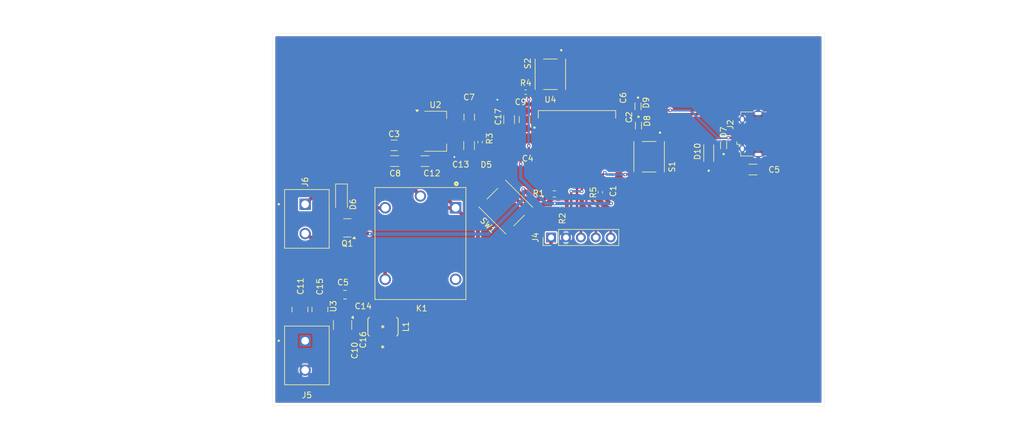
<source format=kicad_pcb>
(kicad_pcb (version 20241229) (generator "pcbnew") (generator_version "9.0")
  (layers (0 "F.Cu" signal "Front") (2 "B.Cu" signal "Back") (13 "F.Paste" user) (15 "B.Paste" user) (5 "F.SilkS" user "F.Silkscreen") (7 "B.SilkS" user "B.Silkscreen") (1 "F.Mask" user) (3 "B.Mask" user) (25 "Edge.Cuts" user))
  (net 0 "")
  (net 1 "GND")
  (net 2 "/Esp32_module/5V")
  (net 3 "/Esp32_module/ESP32/GPIO_18")
  (net 4 "/Esp32_module/ESP32/GPIO_19")
  (net 5 "Net-(U3-SW)")
  (net 6 "Net-(U3-BST)")
  (net 7 "/Main PSU Buck/3.8~32VIN")
  (net 8 "Net-(D5-A)")
  (net 9 "Net-(D6-A)")
  (net 10 "/Esp32_module/GPIO_4")
  (net 11 "/Esp32_module/GPIO_6")
  (net 12 "/Esp32_module/GPIO_7")
  (net 13 "/Relay/SW_A")
  (net 14 "/Relay/SW_B")
  (net 16 "Net-(Q1-B)")
  (net 17 "/Esp32_module/GPIO_10")
  (net 18 "/Esp32_module/GPIO_5")
  (net 40 "/Esp32_module/ESP32/GPIO_9")
  (net 41 "/Esp32_module/ESP32/CHIP_PU")
  (net 42 "3V3")
  (net 43 "5V")
  (net 44 "Net-(J2-VBUS)")
  (footprint "Capacitor_SMD:C_0201_0603Metric" (layer "F.Cu") (at 149.05 84.675)
    (property "Reference" "C4" (at 0.15 1.2 180) (layer "F.SilkS"))
    (property "Value" "0.1uF/16V 10%")
    (pad "1" smd roundrect (at -0.32 0) (size 0.46 0.4) (layers "F.Cu" "F.Mask") (net 1 "GND"))
    (pad "2" smd roundrect (at 0.32 0) (size 0.46 0.4) (layers "F.Cu" "F.Mask") (net 41 "/Esp32_module/ESP32/CHIP_PU"))
  )
  (footprint "Capacitor_SMD:C_0201_0603Metric" (layer "F.Cu") (at 119.67 116.45 90)
    (property "Reference" "C10" (at -2.159 0.0225 90) (layer "F.SilkS"))
    (property "Value" "0.1uf/16V 10%")
    (pad "1" smd roundrect (at -0.32 0 90) (size 0.46 0.4) (layers "F.Cu" "F.Mask") (net 5 "Net-(U3-SW)"))
    (pad "2" smd roundrect (at 0.32 0 90) (size 0.46 0.4) (layers "F.Cu" "F.Mask") (net 6 "Net-(U3-BST)"))
  )
  (footprint "SRD-05VDC-SL-C:RELAY_SRD-05VDC-SL-C" (layer "F.Cu") (at 130.9 100.375 -90)
    (property "Reference" "K1" (at 11.0555 -0.217 180) (layer "F.SilkS"))
    (property "Value" "SRD-05VDC-SL-C" (hide yes))
    (pad "A1" thru_hole rect (at -6.1 -6 270) (size 1.98 1.98) (drill 1.32) (layers "*.Cu" "*.Mask") (net 43 "5V"))
    (pad "A2" thru_hole circle (at -6.1 6 270) (size 1.98 1.98) (drill 1.32) (layers "*.Cu" "*.Mask") (net 9 "Net-(D6-A)"))
    (pad "COM" thru_hole circle (at -8.1 0 270) (size 1.935 1.935) (drill 1.29) (layers "*.Cu" "*.Mask") (net 14 "/Relay/SW_B"))
    (pad "NC" thru_hole circle (at 6.1 -6 270) (size 1.98 1.98) (drill 1.32) (layers "*.Cu" "*.Mask"))
    (pad "NO" thru_hole circle (at 6.1 6 270) (size 1.98 1.98) (drill 1.32) (layers "*.Cu" "*.Mask") (net 13 "/Relay/SW_A"))
  )
  (footprint "Resistor_SMD:R_0603_1608Metric" (layer "F.Cu") (at 153.745 91.906 180)
    (property "Reference" "R1" (at 2.709 0.095 0) (layer "F.SilkS"))
    (property "Value" "3.3k" (hide yes))
    (pad "1" smd roundrect (at -0.825 0 180) (size 0.8 0.95) (layers "F.Cu" "F.Mask" "F.Paste") (net 17 "/Esp32_module/GPIO_10"))
    (pad "2" smd roundrect (at 0.825 0 180) (size 0.8 0.95) (layers "F.Cu" "F.Mask" "F.Paste") (net 16 "Net-(Q1-B)"))
  )
  (footprint "Capacitor_SMD:C_1206_3216Metric" (layer "F.Cu") (at 146.025 79.25 90)
    (property "Reference" "C17" (at 0.486 -1.866 90) (layer "F.SilkS"))
    (property "Value" "47uf")
    (pad "1" smd roundrect (at -1.475 0 90) (size 1.15 1.8) (layers "F.Cu" "F.Mask" "F.Paste") (roundrect_rratio 0.217391) (net 42 "3V3"))
    (pad "2" smd roundrect (at 1.475 0 90) (size 1.15 1.8) (layers "F.Cu" "F.Mask" "F.Paste") (roundrect_rratio 0.217391) (net 1 "GND"))
  )
  (footprint "TB002_500_02BE:CUI_TB002-500-02BE" (layer "F.Cu") (at 111.25 116.95 -90)
    (property "Reference" "J5" (at 9.277 -0.2945 180) (layer "F.SilkS"))
    (property "Value" "TB002-500-02BE")
    (pad "1" thru_hole rect (at 0 0 270) (size 1.95 1.95) (drill 1.3) (layers "*.Cu" "*.Mask") (net 7 "/Main PSU Buck/3.8~32VIN"))
    (pad "2" thru_hole circle (at 5 0 270) (size 1.95 1.95) (drill 1.3) (layers "*.Cu" "*.Mask") (net 1 "GND"))
  )
  (footprint "Capacitor_SMD:C_1206_3216Metric" (layer "F.Cu") (at 187.594 87.755)
    (property "Reference" "C5" (at 3.625 0.025 0) (layer "F.SilkS"))
    (property "Value" "10uf tant(0.2-10R esr)")
    (pad "1" smd roundrect (at -1.475 0) (size 1.15 1.8) (layers "F.Cu" "F.Mask" "F.Paste") (roundrect_rratio 0.217391) (net 43 "5V"))
    (pad "2" smd roundrect (at 1.475 0) (size 1.15 1.8) (layers "F.Cu" "F.Mask" "F.Paste") (roundrect_rratio 0.217391) (net 1 "GND"))
  )
  (footprint "Resistor_SMD:R_0402_1005Metric" (layer "F.Cu") (at 155.067 94.045 -90)
    (property "Reference" "R2" (at 2.055 -0.049 270) (layer "F.SilkS"))
    (property "Value" "10k")
    (pad "1" smd roundrect (at -0.51 0 270) (size 0.54 0.64) (layers "F.Cu" "F.Mask" "F.Paste") (net 42 "3V3"))
    (pad "2" smd roundrect (at 0.51 0 270) (size 0.54 0.64) (layers "F.Cu" "F.Mask" "F.Paste") (net 18 "/Esp32_module/GPIO_5"))
  )
  (footprint "Resistor_SMD:R_0402_1005Metric" (layer "F.Cu") (at 161.58 91.626 90)
    (property "Reference" "R5" (at -0.037 -1.217 90) (layer "F.SilkS"))
    (property "Value" "10K" (hide yes))
    (pad "1" smd roundrect (at -0.51 0 90) (size 0.54 0.64) (layers "F.Cu" "F.Mask" "F.Paste") (net 42 "3V3"))
    (pad "2" smd roundrect (at 0.51 0 90) (size 0.54 0.64) (layers "F.Cu" "F.Mask" "F.Paste") (net 40 "/Esp32_module/ESP32/GPIO_9"))
  )
  (footprint "PTS526_SMG15_SMTR2_LFS:SW_PTS526_SMG15_SMTR2_LFS" (layer "F.Cu") (at 153.063986 71.518239 -90)
    (property "Reference" "S2" (at -1.843239 3.870986 90) (layer "F.SilkS"))
    (property "Value" "PTS526_SMG15_SMTR2_LFS" (hide yes))
    (pad "1" smd rect (at -3 -1.85 270) (size 1 0.7) (layers "F.Cu" "F.Mask" "F.Paste") (net 1 "GND"))
    (pad "2" smd rect (at 3 -1.85 270) (size 1 0.7) (layers "F.Cu" "F.Mask" "F.Paste") (net 1 "GND"))
    (pad "3" smd rect (at -3 1.85 270) (size 1 0.7) (layers "F.Cu" "F.Mask" "F.Paste") (net 41 "/Esp32_module/ESP32/CHIP_PU"))
    (pad "4" smd rect (at 3 1.85 270) (size 1 0.7) (layers "F.Cu" "F.Mask" "F.Paste") (net 41 "/Esp32_module/ESP32/CHIP_PU"))
  )
  (footprint "Resistor_SMD:R_0402_1005Metric" (layer "F.Cu") (at 148.835 74.56)
    (property "Reference" "R4" (at 0.029 -1.566 0) (layer "F.SilkS"))
    (property "Value" "10K" (hide yes))
    (pad "1" smd roundrect (at -0.51 0) (size 0.54 0.64) (layers "F.Cu" "F.Mask" "F.Paste") (net 42 "3V3"))
    (pad "2" smd roundrect (at 0.51 0) (size 0.54 0.64) (layers "F.Cu" "F.Mask" "F.Paste") (net 41 "/Esp32_module/ESP32/CHIP_PU"))
  )
  (footprint "TB002_500_02BE:CUI_TB002-500-02BE" (layer "F.Cu") (at 111.25 93.675 -90)
    (property "Reference" "J6" (at -3.8 0 90) (layer "F.SilkS"))
    (property "Value" "TB002-500-02BE")
    (pad "1" thru_hole rect (at 0 0 270) (size 1.95 1.95) (drill 1.3) (layers "*.Cu" "*.Mask") (net 14 "/Relay/SW_B"))
    (pad "2" thru_hole circle (at 5 0 270) (size 1.95 1.95) (drill 1.3) (layers "*.Cu" "*.Mask") (net 13 "/Relay/SW_A"))
  )
  (footprint "Capacitor_SMD:C_1206_3216Metric" (layer "F.Cu") (at 126.525 86.31 180)
    (property "Reference" "C8" (at -0.065 -2.108 0) (layer "F.SilkS"))
    (property "Value" "10uf tant(0.2-10R esr)")
    (pad "1" smd roundrect (at -1.475 0 180) (size 1.15 1.8) (layers "F.Cu" "F.Mask" "F.Paste") (roundrect_rratio 0.217391) (net 43 "5V"))
    (pad "2" smd roundrect (at 1.475 0 180) (size 1.15 1.8) (layers "F.Cu" "F.Mask" "F.Paste") (roundrect_rratio 0.217391) (net 1 "GND"))
  )
  (footprint "Capacitor_SMD:C_1206_3216Metric" (layer "F.Cu") (at 131.685 86.32)
    (property "Reference" "C12" (at 1.18 2.074 0) (layer "F.SilkS"))
    (property "Value" "10uf tant(0.2-10R esr)" (hide yes))
    (pad "1" smd roundrect (at -1.475 0) (size 1.15 1.8) (layers "F.Cu" "F.Mask" "F.Paste") (roundrect_rratio 0.217391) (net 43 "5V"))
    (pad "2" smd roundrect (at 1.475 0) (size 1.15 1.8) (layers "F.Cu" "F.Mask" "F.Paste") (roundrect_rratio 0.217391) (net 1 "GND"))
  )
  (footprint "LESD5D5.0CT1G:TVS_LESD5D5.0CT1G" (layer "F.Cu") (at 168.077 80.266 -90)
    (property "Reference" "D8" (at -0.792 -1.471 90) (layer "F.SilkS"))
    (property "Value" "LESD5D5.0CT1G" (hide yes))
    (pad "1" smd rect (at -0.66 0 270) (size 0.48 0.4) (layers "F.Cu" "F.Mask" "F.Paste") (net 1 "GND"))
    (pad "2" smd rect (at 0.66 0 270) (size 0.48 0.4) (layers "F.Cu" "F.Mask" "F.Paste") (net 3 "/Esp32_module/ESP32/GPIO_18"))
  )
  (footprint "PTS526_SMG15_SMTR2_LFS:SW_PTS526_SMG15_SMTR2_LFS" (layer "F.Cu") (at 169.887 85.572 -90)
    (property "Reference" "S1" (at 1.709 -3.909 90) (layer "F.SilkS"))
    (property "Value" "PTS526_SMG15_SMTR2_LFS" (hide yes))
    (pad "1" smd rect (at -3 -1.85 270) (size 1 0.7) (layers "F.Cu" "F.Mask" "F.Paste") (net 1 "GND"))
    (pad "2" smd rect (at 3 -1.85 270) (size 1 0.7) (layers "F.Cu" "F.Mask" "F.Paste") (net 1 "GND"))
    (pad "3" smd rect (at -3 1.85 270) (size 1 0.7) (layers "F.Cu" "F.Mask" "F.Paste") (net 40 "/Esp32_module/ESP32/GPIO_9"))
    (pad "4" smd rect (at 3 1.85 270) (size 1 0.7) (layers "F.Cu" "F.Mask" "F.Paste") (net 40 "/Esp32_module/ESP32/GPIO_9"))
  )
  (footprint "UMK325AB7106KM-T:CAPC3225X270N" (layer "F.Cu") (at 113.7675 111.62 -90)
    (property "Reference" "C15" (at -3.888 0.021 90) (layer "F.SilkS"))
    (property "Value" "10uf/50V" (hide yes))
    (pad "1" smd rect (at -1.421 0 270) (size 1.37 2.72) (layers "F.Cu" "F.Mask" "F.Paste") (net 1 "GND"))
    (pad "2" smd rect (at 1.421 0 270) (size 1.37 2.72) (layers "F.Cu" "F.Mask" "F.Paste") (net 7 "/Main PSU Buck/3.8~32VIN"))
  )
  (footprint "C1206C104K5RACTU:VARC3216X85N" (layer "F.Cu") (at 148.65 79.25 90)
    (property "Reference" "C9" (at 3 -0.675 180) (layer "F.SilkS"))
    (property "Value" "0.1uF/16V 10%")
    (pad "1" smd rect (at -1.485 0 90) (size 1.24 1.82) (layers "F.Cu" "F.Mask" "F.Paste") (net 42 "3V3"))
    (pad "2" smd rect (at 1.485 0 90) (size 1.24 1.82) (layers "F.Cu" "F.Mask" "F.Paste") (net 1 "GND"))
  )
  (footprint "Connector_PinHeader_2.54mm:PinHeader_1x05_P2.54mm_Vertical" (layer "F.Cu") (at 153.181 99.337 90)
    (property "Reference" "J4" (at 0 -2.659 90) (layer "F.SilkS"))
    (property "Value" "DISP_OUT")
    (pad "1" thru_hole rect (at 0 0 90) (size 1.7 1.7) (drill 1) (layers "*.Cu" "*.Mask") (net 43 "5V"))
    (pad "2" thru_hole circle (at 0 2.54 90) (size 1.7 1.7) (drill 1) (layers "*.Cu" "*.Mask") (net 1 "GND"))
    (pad "3" thru_hole circle (at 0 5.08 90) (size 1.7 1.7) (drill 1) (layers "*.Cu" "*.Mask") (net 10 "/Esp32_module/GPIO_4"))
    (pad "4" thru_hole circle (at 0 7.62 90) (size 1.7 1.7) (drill 1) (layers "*.Cu" "*.Mask") (net 11 "/Esp32_module/GPIO_6"))
    (pad "5" thru_hole circle (at 0 10.16 90) (size 1.7 1.7) (drill 1) (layers "*.Cu" "*.Mask") (net 12 "/Esp32_module/GPIO_7"))
  )
  (footprint "Resistor_SMD:R_0402_1005Metric" (layer "F.Cu") (at 141.068333 83.083354 -90)
    (property "Reference" "R3" (at -0.612354 -1.613667 90) (layer "F.SilkS"))
    (property "Value" "75" (hide yes))
    (pad "1" smd roundrect (at -0.51 0 270) (size 0.54 0.64) (layers "F.Cu" "F.Mask" "F.Paste") (net 42 "3V3"))
    (pad "2" smd roundrect (at 0.51 0 270) (size 0.54 0.64) (layers "F.Cu" "F.Mask" "F.Paste") (net 8 "Net-(D5-A)"))
  )
  (footprint "Diode_SMD:D_SOD-123" (layer "F.Cu") (at 117.446 92.587 -90)
    (property "Reference" "D6" (at 1.1 -1.965 90) (layer "F.SilkS"))
    (property "Value" "1N4148W" (hide yes))
    (pad "1" smd roundrect (at -1.65 0 270) (size 0.9 1.2) (layers "F.Cu" "F.Mask" "F.Paste") (net 43 "5V"))
    (pad "2" smd roundrect (at 1.65 0 270) (size 0.9 1.2) (layers "F.Cu" "F.Mask" "F.Paste") (net 9 "Net-(D6-A)"))
  )
  (footprint "GRM188R61A226ME15J:CAPC1608X100N" (layer "F.Cu") (at 120.5015 113.824 -90)
    (property "Reference" "C16" (at 2.976 -0.61 90) (layer "F.SilkS"))
    (property "Value" "22uf/16V" (hide yes))
    (pad "1" smd rect (at -0.759 0 270) (size 1 1.02) (layers "F.Cu" "F.Mask" "F.Paste") (net 43 "5V"))
    (pad "2" smd rect (at 0.759 0 270) (size 1 1.02) (layers "F.Cu" "F.Mask" "F.Paste") (net 1 "GND"))
  )
  (footprint "Package_TO_SOT_SMD:SOT-23" (layer "F.Cu") (at 118.448 97.708 180)
    (property "Reference" "Q1" (at 0.013 -2.657 0) (layer "F.SilkS"))
    (property "Value" "MMBT3904" (hide yes))
    (pad "1" smd roundrect (at -0.9375 -0.95 180) (size 1.475 0.6) (layers "F.Cu" "F.Mask" "F.Paste") (net 16 "Net-(Q1-B)"))
    (pad "2" smd roundrect (at -0.9375 0.95 180) (size 1.475 0.6) (layers "F.Cu" "F.Mask" "F.Paste") (net 1 "GND"))
    (pad "3" smd roundrect (at 0.9375 0 180) (size 1.475 0.6) (layers "F.Cu" "F.Mask" "F.Paste") (net 9 "Net-(D6-A)"))
  )
  (footprint "C1206C104K5RACTU:VARC3216X85N" (layer "F.Cu") (at 126.425 83.64 180)
    (property "Reference" "C3" (at 0.005 1.932 0) (layer "F.SilkS"))
    (property "Value" "0.1uF/16V 10%")
    (pad "1" smd rect (at -1.485 0 180) (size 1.24 1.82) (layers "F.Cu" "F.Mask" "F.Paste") (net 43 "5V"))
    (pad "2" smd rect (at 1.485 0 180) (size 1.24 1.82) (layers "F.Cu" "F.Mask" "F.Paste") (net 1 "GND"))
  )
  (footprint "Capacitor_SMD:C_0805_2012Metric" (layer "F.Cu") (at 118.0575 109.099 180)
    (property "Reference" "C5" (at 0.3575 2.099 180) (layer "F.SilkS"))
    (property "Value" "0.1uF/16V 10%")
    (pad "1" smd roundrect (at -0.95 0 180) (size 1 1.45) (layers "F.Cu" "F.Mask" "F.Paste") (net 2 "/Esp32_module/5V"))
    (pad "2" smd roundrect (at 0.95 0 180) (size 1 1.45) (layers "F.Cu" "F.Mask" "F.Paste") (net 1 "GND"))
  )
  (footprint "Package_TO_SOT_SMD:SOT-223-3_TabPin2" (layer "F.Cu") (at 133.468333 81.230854)
    (property "Reference" "U2" (at 0 -4.5 0) (layer "F.SilkS"))
    (property "Value" "AMS1117-3.3" (hide yes))
    (pad "1" smd roundrect (at -3.15 -2.3) (size 2 1.5) (layers "F.Cu" "F.Mask" "F.Paste") (net 1 "GND"))
    (pad "2" smd roundrect (at -3.15 0) (size 2 1.5) (layers "F.Cu" "F.Mask" "F.Paste") (net 42 "3V3"))
    (pad "2" smd roundrect (at 3.15 0) (size 2 3.8) (layers "F.Cu" "F.Mask" "F.Paste") (net 42 "3V3"))
    (pad "3" smd roundrect (at -3.15 2.3) (size 2 1.5) (layers "F.Cu" "F.Mask" "F.Paste") (net 43 "5V"))
  )
  (footprint "GRM188R61A226ME15J:CAPC1608X100N" (layer "F.Cu") (at 118.2475 111.069 180)
    (property "Reference" "C14" (at -2.9065 0.018 0) (layer "F.SilkS"))
    (property "Value" "22uf/16V" (hide yes))
    (pad "1" smd rect (at -0.759 0 180) (size 1 1.02) (layers "F.Cu" "F.Mask" "F.Paste") (net 43 "5V"))
    (pad "2" smd rect (at 0.759 0 180) (size 1 1.02) (layers "F.Cu" "F.Mask" "F.Paste") (net 1 "GND"))
  )
  (footprint "Connector_USB:USB_Micro-B_Amphenol_10118194_Horizontal" (layer "F.Cu") (at 187.173 81.696 90)
    (property "Reference" "J2" (at 1.61 -3.432 90) (layer "F.SilkS"))
    (property "Value" "USB_B_Micro")
    (pad "1" smd roundrect (at -1.3 -1.4 90) (size 0.4 1.35) (layers "F.Cu" "F.Mask" "F.Paste") (net 44 "Net-(J2-VBUS)"))
    (pad "2" smd roundrect (at -0.65 -1.4 90) (size 0.4 1.35) (layers "F.Cu" "F.Mask" "F.Paste") (net 4 "/Esp32_module/ESP32/GPIO_19"))
    (pad "3" smd roundrect (at 0 -1.4 90) (size 0.4 1.35) (layers "F.Cu" "F.Mask" "F.Paste") (net 3 "/Esp32_module/ESP32/GPIO_18"))
    (pad "4" smd roundrect (at 0.65 -1.4 90) (size 0.4 1.35) (layers "F.Cu" "F.Mask" "F.Paste"))
    (pad "5" smd roundrect (at 1.3 -1.4 90) (size 0.4 1.35) (layers "F.Cu" "F.Mask" "F.Paste") (net 1 "GND"))
    (pad "6" thru_hole oval (at -3.5 1.3 90) (size 0.89 1.55) (drill oval 0.5 1.15) (property pad_prop_heatsink) (layers "*.Cu" "*.Mask") (net 1 "GND"))
    (pad "6" smd roundrect (at -3.025 1.3 90) (size 1.45 1.55) (layers "F.Cu" "F.Mask" "F.Paste") (roundrect_rratio 0.1724137931) (net 1 "GND"))
    (pad "6" thru_hole oval (at -2.5 -1.4 90) (size 1.25 0.95) (drill oval 0.85 0.55) (property pad_prop_heatsink) (layers "*.Cu" "*.Mask") (net 1 "GND"))
    (pad "6" smd roundrect (at -1 1.3 90) (size 1.5 1.55) (layers "F.Cu" "F.Mask" "F.Paste") (roundrect_rratio 0.1666666667) (net 1 "GND"))
    (pad "6" smd roundrect (at 1 1.3 90) (size 1.5 1.55) (layers "F.Cu" "F.Mask" "F.Paste") (roundrect_rratio 0.1666666667) (net 1 "GND"))
    (pad "6" thru_hole oval (at 2.5 -1.4 90) (size 1.25 0.95) (drill oval 0.85 0.55) (property pad_prop_heatsink) (layers "*.Cu" "*.Mask") (net 1 "GND"))
    (pad "6" smd roundrect (at 3.025 1.3 90) (size 1.45 1.55) (layers "F.Cu" "F.Mask" "F.Paste") (roundrect_rratio 0.1724137931) (net 1 "GND"))
    (pad "6" thru_hole oval (at 3.5 1.3 90) (size 0.89 1.55) (drill oval 0.5 1.15) (property pad_prop_heatsink) (layers "*.Cu" "*.Mask") (net 1 "GND"))
  )
  (footprint "Capacitor_SMD:C_0201_0603Metric" (layer "F.Cu") (at 165.42 77.395 90)
    (property "Reference" "C6" (at 1.852 0.045 90) (layer "F.SilkS"))
    (property "Value" "22pF/50V(5%)")
    (pad "1" smd roundrect (at -0.32 0 90) (size 0.46 0.4) (layers "F.Cu" "F.Mask") (net 4 "/Esp32_module/ESP32/GPIO_19"))
    (pad "2" smd roundrect (at 0.32 0 90) (size 0.46 0.4) (layers "F.Cu" "F.Mask") (net 1 "GND"))
  )
  (footprint "ESP32-C3-MINI-1U-N4:XCVR_ESP32-C3-MINI-1U-N4" (layer "F.Cu") (at 157.595 84.61)
    (property "Reference" "U4" (at -4.545 -8.785 0) (layer "F.SilkS"))
    (property "Value" "ESP32-C3-MINI-1U-N4" (hide yes))
    (pad "1" smd rect (at -5.9 -4) (size 0.8 0.4) (layers "F.Cu" "F.Mask" "F.Paste") (net 1 "GND"))
    (pad "2" smd rect (at -5.9 -3.2) (size 0.8 0.4) (layers "F.Cu" "F.Mask" "F.Paste") (net 1 "GND"))
    (pad "3" smd rect (at -5.9 -2.4) (size 0.8 0.4) (layers "F.Cu" "F.Mask" "F.Paste") (net 42 "3V3"))
    (pad "4" smd rect (at -5.9 -1.6) (size 0.8 0.4) (layers "F.Cu" "F.Mask" "F.Paste"))
    (pad "5" smd rect (at -5.9 -0.8) (size 0.8 0.4) (layers "F.Cu" "F.Mask" "F.Paste"))
    (pad "6" smd rect (at -5.9 0) (size 0.8 0.4) (layers "F.Cu" "F.Mask" "F.Paste"))
    (pad "7" smd rect (at -5.9 0.8) (size 0.8 0.4) (layers "F.Cu" "F.Mask" "F.Paste"))
    (pad "8" smd rect (at -5.9 1.6) (size 0.8 0.4) (layers "F.Cu" "F.Mask" "F.Paste") (net 41 "/Esp32_module/ESP32/CHIP_PU"))
    (pad "9" smd rect (at -5.9 2.4) (size 0.8 0.4) (layers "F.Cu" "F.Mask" "F.Paste"))
    (pad "10" smd rect (at -5.9 3.2) (size 0.8 0.4) (layers "F.Cu" "F.Mask" "F.Paste"))
    (pad "11" smd rect (at -5.9 4) (size 0.8 0.4) (layers "F.Cu" "F.Mask" "F.Paste") (net 1 "GND"))
    (pad "12" smd rect (at -4.8 4.9) (size 0.4 0.8) (layers "F.Cu" "F.Mask" "F.Paste"))
    (pad "13" smd rect (at -4 4.9) (size 0.4 0.8) (layers "F.Cu" "F.Mask" "F.Paste"))
    (pad "14" smd rect (at -3.2 4.9) (size 0.4 0.8) (layers "F.Cu" "F.Mask" "F.Paste") (net 1 "GND"))
    (pad "15" smd rect (at -2.4 4.9) (size 0.4 0.8) (layers "F.Cu" "F.Mask" "F.Paste"))
    (pad "16" smd rect (at -1.6 4.9) (size 0.4 0.8) (layers "F.Cu" "F.Mask" "F.Paste") (net 17 "/Esp32_module/GPIO_10"))
    (pad "17" smd rect (at -0.8 4.9) (size 0.4 0.8) (layers "F.Cu" "F.Mask" "F.Paste"))
    (pad "18" smd rect (at 0 4.9) (size 0.4 0.8) (layers "F.Cu" "F.Mask" "F.Paste") (net 10 "/Esp32_module/GPIO_4"))
    (pad "19" smd rect (at 0.8 4.9) (size 0.4 0.8) (layers "F.Cu" "F.Mask" "F.Paste") (net 18 "/Esp32_module/GPIO_5"))
    (pad "20" smd rect (at 1.6 4.9) (size 0.4 0.8) (layers "F.Cu" "F.Mask" "F.Paste") (net 11 "/Esp32_module/GPIO_6"))
    (pad "21" smd rect (at 2.4 4.9) (size 0.4 0.8) (layers "F.Cu" "F.Mask" "F.Paste") (net 12 "/Esp32_module/GPIO_7"))
    (pad "22" smd rect (at 3.2 4.9) (size 0.4 0.8) (layers "F.Cu" "F.Mask" "F.Paste"))
    (pad "23" smd rect (at 4 4.9) (size 0.4 0.8) (layers "F.Cu" "F.Mask" "F.Paste") (net 40 "/Esp32_module/ESP32/GPIO_9"))
    (pad "24" smd rect (at 4.8 4.9) (size 0.4 0.8) (layers "F.Cu" "F.Mask" "F.Paste"))
    (pad "25" smd rect (at 5.9 4) (size 0.8 0.4) (layers "F.Cu" "F.Mask" "F.Paste"))
    (pad "26" smd rect (at 5.9 3.2) (size 0.8 0.4) (layers "F.Cu" "F.Mask" "F.Paste") (net 3 "/Esp32_module/ESP32/GPIO_18"))
    (pad "27" smd rect (at 5.9 2.4) (size 0.8 0.4) (layers "F.Cu" "F.Mask" "F.Paste") (net 4 "/Esp32_module/ESP32/GPIO_19"))
    (pad "28" smd rect (at 5.9 1.6) (size 0.8 0.4) (layers "F.Cu" "F.Mask" "F.Paste"))
    (pad "29" smd rect (at 5.9 0.8) (size 0.8 0.4) (layers "F.Cu" "F.Mask" "F.Paste"))
    (pad "30" smd rect (at 5.9 0) (size 0.8 0.4) (layers "F.Cu" "F.Mask" "F.Paste"))
    (pad "31" smd rect (at 5.9 -0.8) (size 0.8 0.4) (layers "F.Cu" "F.Mask" "F.Paste"))
    (pad "32" smd rect (at 5.9 -1.6) (size 0.8 0.4) (layers "F.Cu" "F.Mask" "F.Paste"))
    (pad "33" smd rect (at 5.9 -2.4) (size 0.8 0.4) (layers "F.Cu" "F.Mask" "F.Paste"))
    (pad "34" smd rect (at 5.9 -3.2) (size 0.8 0.4) (layers "F.Cu" "F.Mask" "F.Paste"))
    (pad "35" smd rect (at 5.9 -4) (size 0.8 0.4) (layers "F.Cu" "F.Mask" "F.Paste"))
    (pad "36" smd rect (at 4.8 -4.9) (size 0.4 0.8) (layers "F.Cu" "F.Mask" "F.Paste") (net 1 "GND"))
    (pad "37" smd rect (at 4 -4.9) (size 0.4 0.8) (layers "F.Cu" "F.Mask" "F.Paste") (net 1 "GND"))
    (pad "38" smd rect (at 3.2 -4.9) (size 0.4 0.8) (layers "F.Cu" "F.Mask" "F.Paste") (net 1 "GND"))
    (pad "39" smd rect (at 2.4 -4.9) (size 0.4 0.8) (layers "F.Cu" "F.Mask" "F.Paste") (net 1 "GND"))
    (pad "40" smd rect (at 1.6 -4.9) (size 0.4 0.8) (layers "F.Cu" "F.Mask" "F.Paste") (net 1 "GND"))
    (pad "41" smd rect (at 0.8 -4.9) (size 0.4 0.8) (layers "F.Cu" "F.Mask" "F.Paste") (net 1 "GND"))
    (pad "42" smd rect (at 0 -4.9) (size 0.4 0.8) (layers "F.Cu" "F.Mask" "F.Paste") (net 1 "GND"))
    (pad "43" smd rect (at -0.8 -4.9) (size 0.4 0.8) (layers "F.Cu" "F.Mask" "F.Paste") (net 1 "GND"))
    (pad "44" smd rect (at -1.6 -4.9) (size 0.4 0.8) (layers "F.Cu" "F.Mask" "F.Paste") (net 1 "GND"))
    (pad "45" smd rect (at -2.4 -4.9) (size 0.4 0.8) (layers "F.Cu" "F.Mask" "F.Paste") (net 1 "GND"))
    (pad "46" smd rect (at -3.2 -4.9) (size 0.4 0.8) (layers "F.Cu" "F.Mask" "F.Paste") (net 1 "GND"))
    (pad "47" smd rect (at -4 -4.9) (size 0.4 0.8) (layers "F.Cu" "F.Mask" "F.Paste") (net 1 "GND"))
    (pad "48" smd rect (at -4.8 -4.9) (size 0.4 0.8) (layers "F.Cu" "F.Mask" "F.Paste") (net 1 "GND"))
    (pad "49_1" smd custom (at -1.975 -1.975) (size 0.6 0.6) (layers "F.Cu") (net 1 "GND") (options (clearance outline) (anchor rect)) (primitives (gr_poly (pts (xy 0.725 0.725) (xy -0.725 0.725) (xy -0.725 -0.125) (xy -0.125 -0.725) (xy 0.725 -0.725)) (width 0.01) (fill yes))))
    (pad "49_2" smd rect (at 0 -1.975) (size 1.45 1.45) (layers "F.Cu" "F.Mask" "F.Paste") (net 1 "GND"))
    (pad "49_3" smd rect (at 1.975 -1.975) (size 1.45 1.45) (layers "F.Cu" "F.Mask" "F.Paste") (net 1 "GND"))
    (pad "49_4" smd rect (at 1.975 0) (size 1.45 1.45) (layers "F.Cu" "F.Mask" "F.Paste") (net 1 "GND"))
    (pad "49_5" smd rect (at 1.975 1.975) (size 1.45 1.45) (layers "F.Cu" "F.Mask" "F.Paste") (net 1 "GND"))
    (pad "49_6" smd rect (at 0 1.975) (size 1.45 1.45) (layers "F.Cu" "F.Mask" "F.Paste") (net 1 "GND"))
    (pad "49_7" smd rect (at -1.975 1.975) (size 1.45 1.45) (layers "F.Cu" "F.Mask" "F.Paste") (net 1 "GND"))
    (pad "49_8" smd rect (at -1.975 0) (size 1.45 1.45) (layers "F.Cu" "F.Mask" "F.Paste") (net 1 "GND"))
    (pad "49_9" smd rect (at 0 0) (size 1.45 1.45) (layers "F.Cu" "F.Mask" "F.Paste") (net 1 "GND"))
    (pad "50" smd rect (at 5.95 -4.95) (size 0.7 0.7) (layers "F.Cu" "F.Mask" "F.Paste") (net 1 "GND"))
    (pad "51" smd rect (at 5.95 4.95) (size 0.7 0.7) (layers "F.Cu" "F.Mask" "F.Paste") (net 1 "GND"))
    (pad "52" smd rect (at -5.95 4.95) (size 0.7 0.7) (layers "F.Cu" "F.Mask" "F.Paste") (net 1 "GND"))
    (pad "53" smd rect (at -5.95 -4.95) (size 0.7 0.7) (layers "F.Cu" "F.Mask" "F.Paste") (net 1 "GND"))
  )
  (footprint "Capacitor_SMD:C_1206_3216Metric" (layer "F.Cu") (at 139.198333 83.663354 -90)
    (property "Reference" "C13" (at 3.227646 1.434333 180) (layer "F.SilkS"))
    (property "Value" "22uf" (hide yes))
    (pad "1" smd roundrect (at -1.475 0 270) (size 1.15 1.8) (layers "F.Cu" "F.Mask" "F.Paste") (roundrect_rratio 0.217391) (net 42 "3V3"))
    (pad "2" smd roundrect (at 1.475 0 270) (size 1.15 1.8) (layers "F.Cu" "F.Mask" "F.Paste") (roundrect_rratio 0.217391) (net 1 "GND"))
  )
  (footprint "1N5819HW-7-F:SOD3715X145N" (layer "F.Cu") (at 180.056 84.953 90)
    (property "Reference" "D10" (at 0.275 -1.925 270) (layer "F.SilkS"))
    (property "Value" "1N5819HW-7-F" (hide yes))
    (pad "A" smd rect (at 1.68 0 90) (size 1.21 0.73) (layers "F.Cu" "F.Mask" "F.Paste") (net 44 "Net-(J2-VBUS)"))
    (pad "C" smd rect (at -1.68 0 90) (size 1.21 0.73) (layers "F.Cu" "F.Mask" "F.Paste") (net 43 "5V"))
  )
  (footprint "LTST_C191KGKT:0603" (layer "F.Cu") (at 142.285 85.2)
    (property "Reference" "D5" (at -0.165 1.729 180) (layer "F.SilkS"))
    (property "Value" "PWRLED")
    (pad "1" smd rect (at -0.85 0) (size 1.1 1) (layers "F.Cu" "F.Mask" "F.Paste") (net 1 "GND"))
    (pad "2" smd rect (at 0.85 0) (size 1.1 1) (layers "F.Cu" "F.Mask" "F.Paste") (net 8 "Net-(D5-A)"))
  )
  (footprint "LESD5D5.0CT1G:TVS_LESD5D5.0CT1G" (layer "F.Cu") (at 182.598 83.628 90)
    (property "Reference" "D7" (at 2.204 -0.022 90) (layer "F.SilkS"))
    (property "Value" "LESD5D5.0CT1G" (hide yes))
    (pad "1" smd rect (at -0.66 0 90) (size 0.48 0.4) (layers "F.Cu" "F.Mask" "F.Paste") (net 1 "GND"))
    (pad "2" smd rect (at 0.66 0 90) (size 0.48 0.4) (layers "F.Cu" "F.Mask" "F.Paste") (net 44 "Net-(J2-VBUS)"))
  )
  (footprint "Package_TO_SOT_SMD:TSOT-23-6" (layer "F.Cu") (at 117.6305 114.261 -90)
    (property "Reference" "U3" (at -3.192 1.57 90) (layer "F.SilkS"))
    (property "Value" "AP63205WU" (hide yes))
    (pad "1" smd roundrect (at -1.1375 -0.95 270) (size 1.325 0.6) (layers "F.Cu" "F.Mask" "F.Paste") (net 43 "5V"))
    (pad "2" smd roundrect (at -1.1375 0 270) (size 1.325 0.6) (layers "F.Cu" "F.Mask" "F.Paste") (net 7 "/Main PSU Buck/3.8~32VIN"))
    (pad "3" smd roundrect (at -1.1375 0.95 270) (size 1.325 0.6) (layers "F.Cu" "F.Mask" "F.Paste") (net 7 "/Main PSU Buck/3.8~32VIN"))
    (pad "4" smd roundrect (at 1.1375 0.95 270) (size 1.325 0.6) (layers "F.Cu" "F.Mask" "F.Paste") (net 1 "GND"))
    (pad "5" smd roundrect (at 1.1375 0 270) (size 1.325 0.6) (layers "F.Cu" "F.Mask" "F.Paste") (net 5 "Net-(U3-SW)"))
    (pad "6" smd roundrect (at 1.1375 -0.95 270) (size 1.325 0.6) (layers "F.Cu" "F.Mask" "F.Paste") (net 6 "Net-(U3-BST)"))
  )
  (footprint "C1206C104K5RACTU:VARC3216X85N" (layer "F.Cu") (at 139.228333 78.810854 90)
    (property "Reference" "C7" (at 3.376854 -0.042333 180) (layer "F.SilkS"))
    (property "Value" "0.1uf/16V 10%")
    (pad "1" smd rect (at -1.485 0 90) (size 1.24 1.82) (layers "F.Cu" "F.Mask" "F.Paste") (net 42 "3V3"))
    (pad "2" smd rect (at 1.485 0 90) (size 1.24 1.82) (layers "F.Cu" "F.Mask" "F.Paste") (net 1 "GND"))
  )
  (footprint "Button_Switch_SMD:SW_SPST_PTS645Sx43SMTR92" (layer "F.Cu") (at 145.448 94.163 135)
    (property "Reference" "SW1" (at -0.047 -4.329999 135) (layer "F.SilkS"))
    (property "Value" "SW_Push")
    (pad "1" smd roundrect (at -3.98 -2.25 135) (size 1.55 1.3) (layers "F.Cu" "F.Mask" "F.Paste") (roundrect_rratio 0.1923076923) (net 1 "GND"))
    (pad "1" smd roundrect (at 3.98 -2.25 135) (size 1.55 1.3) (layers "F.Cu" "F.Mask" "F.Paste") (roundrect_rratio 0.1923076923) (net 1 "GND"))
    (pad "2" smd roundrect (at -3.98 2.25 135) (size 1.55 1.3) (layers "F.Cu" "F.Mask" "F.Paste") (roundrect_rratio 0.1923076923) (net 18 "/Esp32_module/GPIO_5"))
    (pad "2" smd roundrect (at 3.98 2.25 135) (size 1.55 1.3) (layers "F.Cu" "F.Mask" "F.Paste") (roundrect_rratio 0.1923076923) (net 18 "/Esp32_module/GPIO_5"))
  )
  (footprint "NRS5030T4R7MMGJ:IND_NRS5030T100MMGJ_TAY" (layer "F.Cu") (at 124.5245 114.553 90)
    (property "Reference" "L1" (at 0.001 3.894 90) (layer "F.SilkS"))
    (property "Value" "4.7u 1.5A - 2A" (hide yes))
    (fp_text user "*" (at -3.44 0.26 90) (layer "F.SilkS"))
    (fp_text user "*" (at 0 0.27 90) (layer "F.SilkS"))
    (pad "1" smd rect (at -1.8 0 90) (size 1.4986 3.9878) (layers "F.Cu" "F.Mask" "F.Paste") (net 5 "Net-(U3-SW)"))
    (pad "2" smd rect (at 1.8 0 90) (size 1.4986 3.9878) (layers "F.Cu" "F.Mask" "F.Paste") (net 43 "5V"))
  )
  (footprint "LESD5D5.0CT1G:TVS_LESD5D5.0CT1G" (layer "F.Cu") (at 167.994 76.999 -90)
    (property "Reference" "D9" (at -0.634 -1.389 90) (layer "F.SilkS"))
    (property "Value" "LESD5D5.0CT1G" (hide yes))
    (pad "1" smd rect (at -0.66 0 270) (size 0.48 0.4) (layers "F.Cu" "F.Mask" "F.Paste") (net 1 "GND"))
    (pad "2" smd rect (at 0.66 0 270) (size 0.48 0.4) (layers "F.Cu" "F.Mask" "F.Paste") (net 4 "/Esp32_module/ESP32/GPIO_19"))
  )
  (footprint "Capacitor_SMD:C_0201_0603Metric" (layer "F.Cu") (at 166.201 80.607 90)
    (property "Reference" "C2" (at 1.752 0.27 90) (layer "F.SilkS"))
    (property "Value" "22pF/50V(5%)")
    (pad "1" smd roundrect (at -0.32 0 90) (size 0.46 0.4) (layers "F.Cu" "F.Mask") (net 3 "/Esp32_module/ESP32/GPIO_18"))
    (pad "2" smd roundrect (at 0.32 0 90) (size 0.46 0.4) (layers "F.Cu" "F.Mask") (net 1 "GND"))
  )
  (footprint "UMK325AB7106KM-T:CAPC3225X270N" (layer "F.Cu") (at 110.3575 111.62 -90)
    (property "Reference" "C11" (at -3.961 -0.106 90) (layer "F.SilkS"))
    (property "Value" "10uf/50V" (hide yes))
    (pad "1" smd rect (at -1.421 0 270) (size 1.37 2.72) (layers "F.Cu" "F.Mask" "F.Paste") (net 1 "GND"))
    (pad "2" smd rect (at 1.421 0 270) (size 1.37 2.72) (layers "F.Cu" "F.Mask" "F.Paste") (net 7 "/Main PSU Buck/3.8~32VIN"))
  )
  (footprint "Capacitor_SMD:C_0201_0603Metric" (layer "F.Cu") (at 162.642 91.425 90)
    (property "Reference" "C1" (at -0.021 1.114 90) (layer "F.SilkS"))
    (property "Value" "0.1uF/50V 10%")
    (pad "1" smd roundrect (at -0.32 0 90) (size 0.46 0.4) (layers "F.Cu" "F.Mask") (net 42 "3V3"))
    (pad "2" smd roundrect (at 0.32 0 90) (size 0.46 0.4) (layers "F.Cu" "F.Mask") (net 1 "GND"))
  )
  (gr_rect (start 105.675 64.55) (end 199.775 128) (stroke (width 0.0381)) (fill no) (layer "Edge.Cuts"))
  (via (at 136.689 85.614) (size 0.6) (drill 0.3) (layers "F.Cu" "B.Cu") (net 1))
  (via (at 144.034 75.848) (size 0.6) (drill 0.3) (layers "F.Cu" "B.Cu") (net 1))
  (via (at 166.738 78.939) (size 0.6) (drill 0.3) (layers "F.Cu" "B.Cu") (net 1))
  (segment (start 166.201 80.927) (end 166.201 86.844283) (width 0.3) (layer "F.Cu") (net 3))
  (segment (start 170.293 80.926) (end 168.077 80.926) (width 0.4) (layer "F.Cu") (net 3))
  (segment (start 185.773 81.696) (end 182.249 81.696) (width 0.4) (layer "F.Cu") (net 3))
  (segment (start 165.235283 87.81) (end 163.495 87.81) (width 0.3) (layer "F.Cu") (net 3))
  (segment (start 167.709 80.926) (end 167.707 80.924) (width 0.3) (layer "F.Cu") (net 3))
  (segment (start 172.908 78.311) (end 170.293 80.926) (width 0.4) (layer "F.Cu") (net 3))
  (segment (start 168.077 80.926) (end 167.709 80.926) (width 0.3) (layer "F.Cu") (net 3))
  (segment (start 182.249 81.696) (end 178.864 78.311) (width 0.4) (layer "F.Cu") (net 3))
  (segment (start 166.201 86.844283) (end 165.235283 87.81) (width 0.3) (layer "F.Cu") (net 3))
  (segment (start 178.864 78.311) (end 172.908 78.311) (width 0.4) (layer "F.Cu") (net 3))
  (segment (start 167.707 80.924) (end 166.204 80.924) (width 0.3) (layer "F.Cu") (net 3))
  (segment (start 165.432 77.727) (end 165.432 87.008) (width 0.3) (layer "F.Cu") (net 4))
  (segment (start 165.432 87.008) (end 163.515 87.008) (width 0.3) (layer "F.Cu") (net 4))
  (segment (start 167.944 77.715) (end 165.42 77.715) (width 0.3) (layer "F.Cu") (net 4))
  (segment (start 183.413 82.346) (end 185.773 82.346) (width 0.4) (layer "F.Cu") (net 4))
  (segment (start 173.502 77.662) (end 167.997 77.662) (width 0.4) (layer "F.Cu") (net 4))
  (via (at 183.413 82.346) (size 0.6) (drill 0.3) (layers "F.Cu" "B.Cu") (net 4))
  (via (at 173.502 77.662) (size 0.6) (drill 0.3) (layers "F.Cu" "B.Cu") (net 4))
  (segment (start 173.502 77.662) (end 176.76 77.662) (width 0.4) (layer "B.Cu") (net 4))
  (segment (start 176.892 77.639) (end 181.599 82.346) (width 0.4) (layer "B.Cu") (net 4))
  (segment (start 176.76 77.662) (end 176.783 77.639) (width 0.4) (layer "B.Cu") (net 4))
  (segment (start 176.783 77.639) (end 176.892 77.639) (width 0.4) (layer "B.Cu") (net 4))
  (segment (start 181.599 82.346) (end 183.413 82.346) (width 0.4) (layer "B.Cu") (net 4))
  (segment (start 119.67 116.731) (end 123.489 116.731) (width 0.4) (layer "F.Cu") (net 5))
  (segment (start 118.142501 116.73) (end 119.669 116.73) (width 0.4) (layer "F.Cu") (net 5))
  (segment (start 118.142501 116.73) (end 117.6305 116.217999) (width 0.4) (layer "F.Cu") (net 5))
  (segment (start 119.669 116.73) (end 119.67 116.731) (width 0.4) (layer "F.Cu") (net 5))
  (segment (start 117.6305 116.217999) (end 117.6305 115.3985) (width 0.4) (layer "F.Cu") (net 5))
  (segment (start 119.405 115.395) (end 118.584 115.395) (width 0.4) (layer "F.Cu") (net 6))
  (segment (start 119.67 115.66) (end 119.405 115.395) (width 0.4) (layer "F.Cu") (net 6))
  (segment (start 119.67 116.169) (end 119.67 115.66) (width 0.4) (layer "F.Cu") (net 6))
  (segment (start 142.718354 83.593354) (end 143.135 84.01) (width 0.2) (layer "F.Cu") (net 8))
  (segment (start 141.068333 83.593354) (end 142.718354 83.593354) (width 0.2) (layer "F.Cu") (net 8))
  (segment (start 143.135 84.01) (end 143.135 85.2) (width 0.2) (layer "F.Cu") (net 8))
  (segment (start 117.518 94.309) (end 124.514 94.309) (width 0.6) (layer "F.Cu") (net 9))
  (segment (start 117.446 97.6435) (end 117.446 94.237) (width 0.6) (layer "F.Cu") (net 9))
  (segment (start 158.261 99.337) (end 158.261 97.076) (width 0.4) (layer "F.Cu") (net 10))
  (segment (start 158.261 97.076) (end 157.595 96.41) (width 0.4) (layer "F.Cu") (net 10))
  (segment (start 157.595 96.41) (end 157.595 89.51) (width 0.4) (layer "F.Cu") (net 10))
  (segment (start 159.195 89.51) (end 159.195 93.427) (width 0.4) (layer "F.Cu") (net 11))
  (segment (start 160.801 95.033) (end 160.801 99.337) (width 0.4) (layer "F.Cu") (net 11))
  (segment (start 159.195 93.427) (end 160.801 95.033) (width 0.4) (layer "F.Cu") (net 11))
  (segment (start 163.341 96.21) (end 163.341 99.337) (width 0.4) (layer "F.Cu") (net 12))
  (segment (start 159.995 89.51) (end 159.999 89.514) (width 0.4) (layer "F.Cu") (net 12))
  (segment (start 159.999 92.868) (end 163.341 96.21) (width 0.4) (layer "F.Cu") (net 12))
  (segment (start 159.999 89.514) (end 159.999 92.868) (width 0.4) (layer "F.Cu") (net 12))
  (segment (start 116.029 103.179) (end 111.525 98.675) (width 0.6) (layer "F.Cu") (net 13))
  (segment (start 124.875 104.6) (end 123.454 103.179) (width 0.6) (layer "F.Cu") (net 13))
  (segment (start 124.875 106.45) (end 124.875 104.6) (width 0.6) (layer "F.Cu") (net 13))
  (segment (start 123.454 103.179) (end 116.029 103.179) (width 0.6) (layer "F.Cu") (net 13))
  (segment (start 130.9 92.237) (end 127.955 89.292) (width 0.6) (layer "F.Cu") (net 14))
  (segment (start 127.955 89.292) (end 115.633 89.292) (width 0.6) (layer "F.Cu") (net 14))
  (segment (start 115.633 89.292) (end 111.25 93.675) (width 0.6) (layer "F.Cu") (net 14))
  (segment (start 148.426 91.128) (end 150.169 92.871) (width 0.6) (layer "F.Cu") (net 16))
  (segment (start 122.251 98.658) (end 122.279 98.686) (width 0.127) (layer "F.Cu") (net 16))
  (segment (start 151.995 92.831) (end 150.51 92.831) (width 0.6) (layer "F.Cu") (net 16))
  (segment (start 150.47 92.871) (end 150.51 92.831) (width 0.127) (layer "F.Cu") (net 16))
  (segment (start 150.169 92.871) (end 150.47 92.871) (width 0.6) (layer "F.Cu") (net 16))
  (segment (start 119.3855 98.658) (end 122.251 98.658) (width 0.6) (layer "F.Cu") (net 16))
  (segment (start 152.92 91.906) (end 151.995 92.831) (width 0.6) (layer "F.Cu") (net 16))
  (via (at 122.279 98.686) (size 0.6) (drill 0.3) (layers "F.Cu" "B.Cu") (net 16))
  (via (at 148.426 91.128) (size 0.6) (drill 0.3) (layers "F.Cu" "B.Cu") (net 16))
  (segment (start 148.426 92.799) (end 148.426 91.128) (width 0.6) (layer "B.Cu") (net 16))
  (segment (start 142.47 98.755) (end 148.426 92.799) (width 0.6) (layer "B.Cu") (net 16))
  (segment (start 122.279 98.686) (end 122.348 98.755) (width 0.127) (layer "B.Cu") (net 16))
  (segment (start 122.348 98.755) (end 142.47 98.755) (width 0.6) (layer "B.Cu") (net 16))
  (segment (start 154.476 92) (end 155.995 90.481) (width 0.4) (layer "F.Cu") (net 17))
  (segment (start 155.995 90.481) (end 155.995 89.51) (width 0.4) (layer "F.Cu") (net 17))
  (segment (start 150.68457 94.555) (end 149.853275 95.386295) (width 0.6) (layer "F.Cu") (net 18))
  (segment (start 156.608 94.195) (end 156.608 91.47) (width 0.4) (layer "F.Cu") (net 18))
  (segment (start 155.067001 94.555) (end 150.68457 94.555) (width 0.6) (layer "F.Cu") (net 18))
  (segment (start 155.067001 94.555) (end 156.248 94.555) (width 0.4) (layer "F.Cu") (net 18))
  (segment (start 156.248 94.555) (end 156.608 94.195) (width 0.4) (layer "F.Cu") (net 18))
  (segment (start 144.224705 89.757725) (end 149.853275 95.386295) (width 0.6) (layer "F.Cu") (net 18))
  (segment (start 158.406 89.521) (end 158.395 89.51) (width 0.4) (layer "F.Cu") (net 18))
  (segment (start 158.406 91.486) (end 158.406 89.521) (width 0.4) (layer "F.Cu") (net 18))
  (via (at 158.406 91.486) (size 0.6) (drill 0.3) (layers "F.Cu" "B.Cu") (net 18))
  (via (at 156.608 91.47) (size 0.6) (drill 0.3) (layers "F.Cu" "B.Cu") (net 18))
  (segment (start 158.39 91.47) (end 158.406 91.486) (width 0.4) (layer "B.Cu") (net 18))
  (segment (start 156.608 91.47) (end 158.39 91.47) (width 0.4) (layer "B.Cu") (net 18))
  (segment (start 161.595 89.022) (end 161.595 89.51) (width 0.4) (layer "F.Cu") (net 40))
  (segment (start 161.59 90.635) (end 161.59 89.525) (width 0.4) (layer "F.Cu") (net 40))
  (segment (start 168.037 88.572) (end 165.853 88.572) (width 0.4) (layer "F.Cu") (net 40))
  (segment (start 161.58 90.645) (end 161.59 90.635) (width 0.4) (layer "F.Cu") (net 40))
  (segment (start 168.037 82.572) (end 168.037 88.572) (width 0.4) (layer "F.Cu") (net 40))
  (segment (start 161.58 91.116) (end 161.58 90.645) (width 0.4) (layer "F.Cu") (net 40))
  (segment (start 162.333 88.284) (end 161.595 89.022) (width 0.4) (layer "F.Cu") (net 40))
  (segment (start 165.853 88.572) (end 165.819 88.606) (width 0.4) (layer "F.Cu") (net 40))
  (segment (start 161.59 89.525) (end 161.6 89.515) (width 0.4) (layer "F.Cu") (net 40))
  (via (at 165.819 88.606) (size 0.6) (drill 0.3) (layers "F.Cu" "B.Cu") (net 40))
  (via (at 162.333 88.284) (size 0.6) (drill 0.3) (layers "F.Cu" "B.Cu") (net 40))
  (segment (start 162.655 88.606) (end 162.333 88.284) (width 0.4) (layer "B.Cu") (net 40))
  (segment (start 165.819 88.606) (end 162.655 88.606) (width 0.4) (layer "B.Cu") (net 40))
  (segment (start 149.375 83.725) (end 149.37 83.73) (width 0.4) (layer "F.Cu") (net 41))
  (segment (start 149.37 85.445) (end 150.125 86.2) (width 0.4) (layer "F.Cu") (net 41))
  (segment (start 149.37 84.675) (end 149.37 85.445) (width 0.4) (layer "F.Cu") (net 41))
  (segment (start 149.37 83.73) (end 149.37 84.675) (width 0.4) (layer "F.Cu") (net 41))
  (segment (start 149.35 75.825) (end 149.35 74.565) (width 0.4) (layer "F.Cu") (net 41))
  (segment (start 151.213986 68.518239) (end 151.213986 74.518239) (width 0.6) (layer "F.Cu") (net 41))
  (segment (start 151.685 86.2) (end 151.695 86.21) (width 0.4) (layer "F.Cu") (net 41))
  (segment (start 150.125 86.2) (end 151.685 86.2) (width 0.4) (layer "F.Cu") (net 41))
  (segment (start 151.213986 74.518239) (end 149.386761 74.518239) (width 0.4) (layer "F.Cu") (net 41))
  (via (at 149.35 75.825) (size 0.6) (drill 0.3) (layers "F.Cu" "B.Cu") (net 41))
  (via (at 149.375 83.725) (size 0.6) (drill 0.3) (layers "F.Cu" "B.Cu") (net 41))
  (segment (start 149.375 83.725) (end 149.35 83.7) (width 0.4) (layer "B.Cu") (net 41))
  (segment (start 149.35 83.7) (end 149.35 75.825) (width 0.4) (layer "B.Cu") (net 41))
  (segment (start 161.58 92.136) (end 161.723 92.136) (width 0.4) (layer "F.Cu") (net 42))
  (segment (start 161.723 92.136) (end 163.125 93.538) (width 0.4) (layer "F.Cu") (net 42))
  (segment (start 147.973 81.412) (end 147.973 86.773) (width 0.4) (layer "F.Cu") (net 42))
  (segment (start 143.326 74.56) (end 141.068333 76.817667) (width 0.4) (layer "F.Cu") (net 42))
  (segment (start 151.044 82.219) (end 151.602 82.219) (width 0.4) (layer "F.Cu") (net 42))
  (segment (start 154.191999 93.538) (end 154.194999 93.535) (width 0.4) (layer "F.Cu") (net 42))
  (segment (start 148.65 80.735) (end 147.973 81.412) (width 0.4) (layer "F.Cu") (net 42))
  (segment (start 141.068333 76.817667) (end 141.068333 79.025) (width 0.4) (layer "F.Cu") (net 42))
  (segment (start 154.194999 93.535) (end 155.066999 93.535) (width 0.4) (layer "F.Cu") (net 42))
  (segment (start 151.602 82.219) (end 151.613 82.208) (width 0.4) (layer "F.Cu") (net 42))
  (segment (start 143.013333 80.97) (end 141.068333 79.025) (width 0.4) (layer "F.Cu") (net 42))
  (segment (start 163.125 93.538) (end 163.419 93.538) (width 0.4) (layer "F.Cu") (net 42))
  (segment (start 141.068333 79.025) (end 141.068333 82.573354) (width 0.4) (layer "F.Cu") (net 42))
  (segment (start 148.325 74.56) (end 143.326 74.56) (width 0.4) (layer "F.Cu") (net 42))
  (segment (start 147.973 86.773) (end 148 86.8) (width 0.4) (layer "F.Cu") (net 42))
  (segment (start 145.78 80.97) (end 143.013333 80.97) (width 0.4) (layer "F.Cu") (net 42))
  (segment (start 148.678 80.763) (end 149.588 80.763) (width 0.4) (layer "F.Cu") (net 42))
  (segment (start 146.27 80.97) (end 147.766 80.97) (width 0.4) (layer "F.Cu") (net 42))
  (segment (start 153.808 93.538) (end 154.191999 93.538) (width 0.4) (layer "F.Cu") (net 42))
  (segment (start 162.642 91.745) (end 162.642 92.761) (width 0.4) (layer "F.Cu") (net 42))
  (segment (start 149.588 80.763) (end 151.044 82.219) (width 0.4) (layer "F.Cu") (net 42))
  (segment (start 162.642 92.761) (end 163.419 93.538) (width 0.4) (layer "F.Cu") (net 42))
  (via (at 153.808 93.538) (size 0.6) (drill 0.3) (layers "F.Cu" "B.Cu") (net 42))
  (via (at 148 86.8) (size 0.6) (drill 0.3) (layers "F.Cu" "B.Cu") (net 42))
  (via (at 163.419 93.538) (size 0.6) (drill 0.3) (layers "F.Cu" "B.Cu") (net 42))
  (segment (start 153.808 93.538) (end 152.301 93.538) (width 0.6) (layer "B.Cu") (net 42))
  (segment (start 152.301 93.538) (end 148 89.237) (width 0.6) (layer "B.Cu") (net 42))
  (segment (start 148 89.237) (end 148 86.8) (width 0.6) (layer "B.Cu") (net 42))
  (segment (start 163.419 93.538) (end 153.808 93.538) (width 0.6) (layer "B.Cu") (net 42))
  (segment (start 137.15 112.825) (end 140.715 109.26) (width 0.6) (layer "F.Cu") (net 43))
  (segment (start 154.601 107.904) (end 154.574 107.904) (width 0.6) (layer "F.Cu") (net 43))
  (segment (start 186.119 87.755) (end 183.593302 87.755) (width 0.4) (layer "F.Cu") (net 43))
  (segment (start 140.715 98.09) (end 140.715 98.448) (width 0.6) (layer "F.Cu") (net 43))
  (segment (start 117.446 90.937) (end 125.786656 90.937) (width 0.6) (layer "F.Cu") (net 43))
  (segment (start 136.9 94.217) (end 131.898 89.215) (width 0.6) (layer "F.Cu") (net 43))
  (segment (start 164.017 107.904) (end 180.056 91.865) (width 0.6) (layer "F.Cu") (net 43))
  (segment (start 153.169 106.499) (end 153.169 99.349) (width 0.6) (layer "F.Cu") (net 43))
  (segment (start 131.898 89.215) (end 131.898 88.008) (width 0.6) (layer "F.Cu") (net 43))
  (segment (start 136.9 94.275) (end 140.715 98.09) (width 0.6) (layer "F.Cu") (net 43))
  (segment (start 131.898 88.008) (end 130.21 86.32) (width 0.6) (layer "F.Cu") (net 43))
  (segment (start 140.715 98.448) (end 140.715 107.904) (width 0.6) (layer "F.Cu") (net 43))
  (segment (start 140.722 98.441) (end 140.715 98.448) (width 0.6) (layer "F.Cu") (net 43))
  (segment (start 125.786656 90.937) (end 129.155656 94.306) (width 0.6) (layer "F.Cu") (net 43))
  (segment (start 129.155656 94.306) (end 136.869 94.306) (width 0.6) (layer "F.Cu") (net 43))
  (segment (start 154.574 107.904) (end 153.169 106.499) (width 0.6) (layer "F.Cu") (net 43))
  (segment (start 183.593302 87.755) (end 182.471302 86.633) (width 0.4) (layer "F.Cu") (net 43))
  (segment (start 180.056 91.865) (end 180.056 86.633) (width 0.6) (layer "F.Cu") (net 43))
  (segment (start 124.5965 112.825) (end 137.15 112.825) (width 0.6) (layer "F.Cu") (net 43))
  (segment (start 140.715 98.09) (end 140.715 109.26) (width 0.6) (layer "F.Cu") (net 43))
  (segment (start 182.471302 86.633) (end 180.056 86.633) (width 0.4) (layer "F.Cu") (net 43))
  (segment (start 140.715 107.904) (end 164.017 107.904) (width 0.6) (layer "F.Cu") (net 43))
  (segment (start 182.598 82.968) (end 182.626 82.996) (width 0.4) (layer "F.Cu") (net 44))
  (segment (start 180.233 83.03) (end 180.056 83.207) (width 0.4) (layer "F.Cu") (net 44))
  (segment (start 182.536 83.03) (end 180.233 83.03) (width 0.4) (layer "F.Cu") (net 44))
  (segment (start 182.598 82.968) (end 182.536 83.03) (width 0.4) (layer "F.Cu") (net 44))
  (segment (start 182.626 82.996) (end 185.773 82.996) (width 0.4) (layer "F.Cu") (net 44))
  (zone (net 43) (net_name "5V") (layer "F.Cu") (priority 5) (connect_pads yes (clearance 0.3)) (min_thickness 0.25) (fill yes (thermal_gap 0.5) (thermal_bridge_width 0.5) (island_removal_mode 1) (island_area_min 10))
    (polygon (pts (xy 127.423316 113.890939) (xy 118.227413 113.856584) (xy 118.237341 108.109308) (xy 120.296103 108.112017) (xy 120.28665 111.905538) (xy 127.464909 111.894504)))
  )
  (zone (net 43) (net_name "5V") (layer "F.Cu") (priority 2) (connect_pads yes (clearance 0.2)) (min_thickness 0.25) (fill yes (thermal_gap 0.5) (thermal_bridge_width 0.5))
    (polygon (pts (xy 126.728129 82.408117) (xy 126.735 87.61) (xy 131.585 87.63) (xy 131.550559 82.388065)))
  )
  (zone (net 42) (net_name "3V3") (layer "F.Cu") (priority 1) (connect_pads yes (clearance 0.2)) (min_thickness 0.25) (fill yes (thermal_gap 0.5) (thermal_bridge_width 0.5))
    (polygon (pts (xy 141.84124 83.000017) (xy 134.885 82.98) (xy 134.873135 82.15541) (xy 129.055 82.1) (xy 129.015 80.23) (xy 134.845166 80.21155) (xy 134.82919 79.10122) (xy 141.86919 79.03122)))
  )
  (zone (net 7) (net_name "/Main PSU Buck/3.8~32VIN") (layer "F.Cu") (priority 3) (connect_pads yes (clearance 0.2)) (min_thickness 0.25) (fill yes (thermal_gap 0.5) (thermal_bridge_width 0.5))
    (polygon (pts (xy 108.635286 118.17888) (xy 115.199809 118.193666) (xy 115.191067 113.918331) (xy 117.989854 113.930883) (xy 117.998843 112.107669) (xy 108.632921 112.098993)))
  )
  (zone (net 1) (net_name "GND") (layers "F.Cu" "B.Cu") (connect_pads (clearance 0.24)) (min_thickness 0.25) (fill yes (thermal_gap 0.2) (thermal_bridge_width 0.6))
    (polygon (pts (xy 59.228 58.854) (xy 59.228 132.204) (xy 233.803 132.204) (xy 233.803 58.854)))
  )
)
</source>
